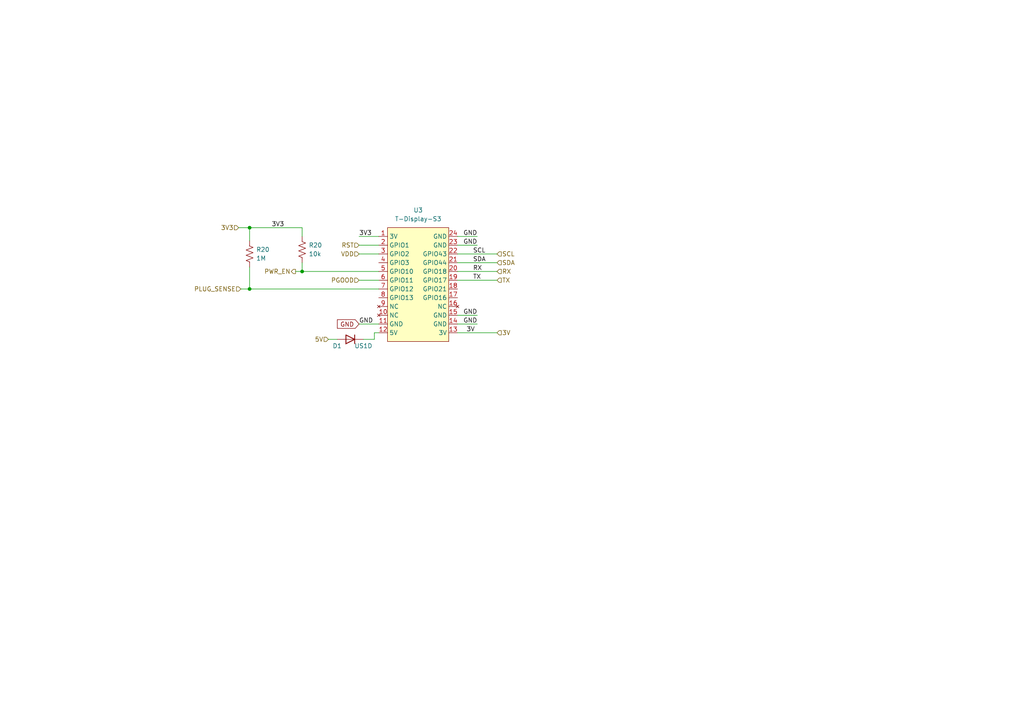
<source format=kicad_sch>
(kicad_sch (version 20230121) (generator eeschema)
  (paper "A4")
  (lib_symbols
    (symbol "Device:R_US" (pin_numbers hide) (pin_names (offset 0))
      (property "Reference" "R" (at 2.54 0 90))
      (property "Value" "R_US" (at -2.54 0 90))
      (symbol "R_US_0_1"
        (polyline (pts (xy 0 -2.286) (xy 0 -2.54)))
        (polyline (pts (xy 0 2.286) (xy 0 2.54)))
        (polyline (pts (xy 0 -0.762) (xy 1.016 -1.143) (xy 0 -1.524) (xy -1.016 -1.905) (xy 0 -2.286)))
        (polyline (pts (xy 0 0.762) (xy 1.016 0.381) (xy 0 0) (xy -1.016 -0.381) (xy 0 -0.762)))
        (polyline (pts (xy 0 2.286) (xy 1.016 1.905) (xy 0 1.524) (xy -1.016 1.143) (xy 0 0.762)))
      )
      (symbol "R_US_1_1"
        (pin passive line (at 0 3.81 270) (length 1.27) (name "~") (number "1"))
        (pin passive line (at 0 -3.81 90) (length 1.27) (name "~") (number "2"))
      )
    )
    (symbol "Diode:US1D" (pin_numbers hide) (pin_names hide)
      (property "Reference" "D" (at 0 2.54 0))
      (property "Value" "US1D" (at 0 -2.54 0))
      (symbol "US1D_0_1"
        (polyline (pts (xy -1.27 1.27) (xy -1.27 -1.27)) (stroke (width 0.254)))
        (polyline (pts (xy 1.27 0) (xy -1.27 0)))
        (polyline (pts (xy 1.27 1.27) (xy 1.27 -1.27) (xy -1.27 0) (xy 1.27 1.27)) (stroke (width 0.254)))
      )
      (symbol "US1D_1_1"
        (pin passive line (at -3.81 0 0) (length 2.54) (name "K") (number "1"))
        (pin passive line (at 3.81 0 180) (length 2.54) (name "A") (number "2"))
      )
    )
    (symbol "bitaxe:T-Display-S3"
      (property "Reference" "U" (at -21.59 -1.27 0))
      (property "Value" "T-Display-S3" (at -11.43 -36.83 0))
      (symbol "T-Display-S3_1_0"
        (pin power_in line (at -25.4 -5.08 0) (length 2.54) (name "3V") (number "1"))
        (pin no_connect line (at -25.4 -27.94 0) (length 2.54) (name "NC") (number "10"))
        (pin power_in line (at -25.4 -30.48 0) (length 2.54) (name "GND") (number "11"))
        (pin power_in line (at -25.4 -33.02 0) (length 2.54) (name "5V") (number "12"))
        (pin power_in line (at -2.54 -33.02 180) (length 2.54) (name "3V") (number "13"))
        (pin power_in line (at -2.54 -30.48 180) (length 2.54) (name "GND") (number "14"))
        (pin power_in line (at -2.54 -27.94 180) (length 2.54) (name "GND") (number "15"))
        (pin no_connect line (at -2.54 -25.4 180) (length 2.54) (name "NC") (number "16"))
        (pin bidirectional line (at -2.54 -22.86 180) (length 2.54) (name "GPIO16") (number "17"))
        (pin bidirectional line (at -2.54 -20.32 180) (length 2.54) (name "GPIO21") (number "18"))
        (pin bidirectional line (at -2.54 -17.78 180) (length 2.54) (name "GPIO17") (number "19"))
        (pin bidirectional line (at -25.4 -7.62 0) (length 2.54) (name "GPIO1") (number "2"))
        (pin bidirectional line (at -2.54 -15.24 180) (length 2.54) (name "GPIO18") (number "20"))
        (pin bidirectional line (at -25.4 -10.16 0) (length 2.54) (name "GPIO2") (number "3"))
        (pin bidirectional line (at -25.4 -12.7 0) (length 2.54) (name "GPIO3") (number "4"))
        (pin bidirectional line (at -25.4 -15.24 0) (length 2.54) (name "GPIO10") (number "5"))
        (pin input line (at -25.4 -17.78 0) (length 2.54) (name "GPIO11") (number "6"))
        (pin bidirectional line (at -25.4 -20.32 0) (length 2.54) (name "GPIO12") (number "7"))
        (pin bidirectional line (at -25.4 -22.86 0) (length 2.54) (name "GPIO13") (number "8"))
        (pin no_connect line (at -25.4 -25.4 0) (length 2.54) (name "NC") (number "9"))
      )
      (symbol "T-Display-S3_1_1"
        (rectangle (start -22.86 -2.54) (end -5.08 -35.56) (fill (type background)))
        (pin bidirectional line (at -2.54 -12.7 180) (length 2.54) (name "GPIO44") (number "21"))
        (pin bidirectional line (at -2.54 -10.16 180) (length 2.54) (name "GPIO43") (number "22"))
        (pin power_in line (at -2.54 -7.62 180) (length 2.54) (name "GND") (number "23"))
        (pin power_in line (at -2.54 -5.08 180) (length 2.54) (name "GND") (number "24"))
      )
    )
  )
  (junction (at 72.39 83.82))
  (junction (at 72.39 66.04))
  (junction (at 87.63 78.74))
  (wire (pts (xy 108.585 98.425) (xy 108.585 96.52)))
  (wire (pts (xy 105.41 98.425) (xy 108.585 98.425)))
  (wire (pts (xy 95.25 98.425) (xy 97.79 98.425)))
  (wire (pts (xy 87.63 76.2) (xy 87.63 78.74)))
  (wire (pts (xy 72.39 77.47) (xy 72.39 83.82)))
  (wire (pts (xy 72.39 66.04) (xy 72.39 69.85)))
  (wire (pts (xy 69.85 83.82) (xy 72.39 83.82)))
  (wire (pts (xy 72.39 66.04) (xy 87.63 66.04)))
  (wire (pts (xy 132.715 73.66) (xy 144.145 73.66)))
  (wire (pts (xy 104.14 73.66) (xy 109.855 73.66)))
  (wire (pts (xy 85.725 78.74) (xy 87.63 78.74)))
  (wire (pts (xy 132.715 91.44) (xy 138.43 91.44)))
  (wire (pts (xy 132.715 68.58) (xy 138.43 68.58)))
  (wire (pts (xy 87.63 78.74) (xy 109.855 78.74)))
  (wire (pts (xy 109.855 93.98) (xy 104.14 93.98)))
  (wire (pts (xy 132.715 78.74) (xy 144.145 78.74)))
  (wire (pts (xy 69.215 66.04) (xy 72.39 66.04)))
  (wire (pts (xy 132.715 93.98) (xy 138.43 93.98)))
  (wire (pts (xy 108.585 96.52) (xy 109.855 96.52)))
  (wire (pts (xy 87.63 68.58) (xy 87.63 66.04)))
  (wire (pts (xy 72.39 83.82) (xy 109.855 83.82)))
  (wire (pts (xy 132.715 76.2) (xy 144.145 76.2)))
  (wire (pts (xy 132.715 71.12) (xy 138.43 71.12)))
  (wire (pts (xy 132.715 81.28) (xy 144.145 81.28)))
  (wire (pts (xy 104.14 81.28) (xy 109.855 81.28)))
  (wire (pts (xy 132.715 96.52) (xy 144.145 96.52)))
  (wire (pts (xy 104.14 71.12) (xy 109.855 71.12)))
  (wire (pts (xy 104.14 68.58) (xy 109.855 68.58)))
  (label "SDA" (at 137.16 76.2 0))
  (label "GND" (at 138.43 91.44 180))
  (label "RX" (at 137.16 78.74 0))
  (label "3V3" (at 78.74 66.04 0))
  (label "GND" (at 138.43 68.58 180))
  (label "SCL" (at 137.16 73.66 0))
  (label "TX" (at 137.16 81.28 0))
  (label "3V" (at 135.255 96.52 0))
  (label "GND" (at 104.14 93.98 0))
  (label "GND" (at 138.43 93.98 180))
  (label "3V3" (at 104.14 68.58 0))
  (label "GND" (at 138.43 71.12 180))
  (global_label "GND" (shape input) (at 104.14 93.98 180) (property "Intersheetrefs" "${INTERSHEET_REFS}" (effects hide)))
  (hierarchical_label "5V" (shape input) (at 95.25 98.425 180))
  (hierarchical_label "TX" (shape input) (at 144.145 81.28 0))
  (hierarchical_label "VDD" (shape input) (at 104.14 73.66 180))
  (hierarchical_label "SDA" (shape input) (at 144.145 76.2 0))
  (hierarchical_label "SCL" (shape input) (at 144.145 73.66 0))
  (hierarchical_label "PLUG_SENSE" (shape input) (at 69.85 83.82 180))
  (hierarchical_label "3V" (shape input) (at 144.145 96.52 0))
  (hierarchical_label "PGOOD" (shape input) (at 104.14 81.28 180))
  (hierarchical_label "RST" (shape input) (at 104.14 71.12 180))
  (hierarchical_label "3V3" (shape input) (at 69.215 66.04 180))
  (hierarchical_label "PWR_EN" (shape output) (at 85.725 78.74 180))
  (hierarchical_label "RX" (shape input) (at 144.145 78.74 0))
  (symbol (lib_id "Diode:US1D") (at 101.6 98.425 180) (unit 1)
    (property "Reference" "D1" (at 97.79 100.33 0))
    (property "Value" "US1D" (at 105.41 100.33 0))
    (property "Footprint" "Diode_SMD:D_SMA" (effects hide))
    (property "Datasheet" "https://www.diodes.com/assets/Datasheets/ds16008.pdf" (effects hide))
    (property "Sim.Device" "D" (effects hide))
    (property "Sim.Pins" "1=K 2=A" (effects hide))
  )
  (symbol (lib_id "bitaxe:T-Display-S3") (at 135.255 63.5 0) (unit 1)
    (property "Reference" "U3" (at 121.285 60.96 0))
    (property "Value" "T-Display-S3" (at 121.285 63.5 0))
    (property "Footprint" "bitaxe:T-Display-S3" (effects hide))
  )
  (symbol (lib_id "Device:R_US") (at 72.39 73.66 0) (unit 1)
    (property "Reference" "R20" (at 74.295 72.39 0) (effects (justify left)))
    (property "Value" "1M" (at 74.295 74.93 0) (effects (justify left)))
    (property "Footprint" "Resistor_SMD:R_0402_1005Metric" (effects hide))
    (property "DK" "311-1.00MLRCT-ND" (effects hide))
    (property "PARTNO" "RC0402FR-071ML" (effects hide))
    (instances (project "esp32" (path "" (reference "R20") (unit 1))) (project "NerdAxe_ultra" (path "" (reference "R5") (unit 1))))
  )
  (symbol (lib_id "Device:R_US") (at 87.63 72.39 0) (unit 1)
    (property "Reference" "R20" (at 89.535 71.12 0) (effects (justify left)))
    (property "Value" "10k" (at 89.535 73.66 0) (effects (justify left)))
    (property "Footprint" "Resistor_SMD:R_0402_1005Metric" (effects hide))
    (property "DK" "311-10KJRCT-ND" (effects hide))
    (property "PARTNO" "RC0402JR-0710KL" (effects hide))
    (instances (project "esp32" (path "" (reference "R20") (unit 1))) (project "NerdAxe_ultra" (path "" (reference "R6") (unit 1))))
  )
)
</source>
